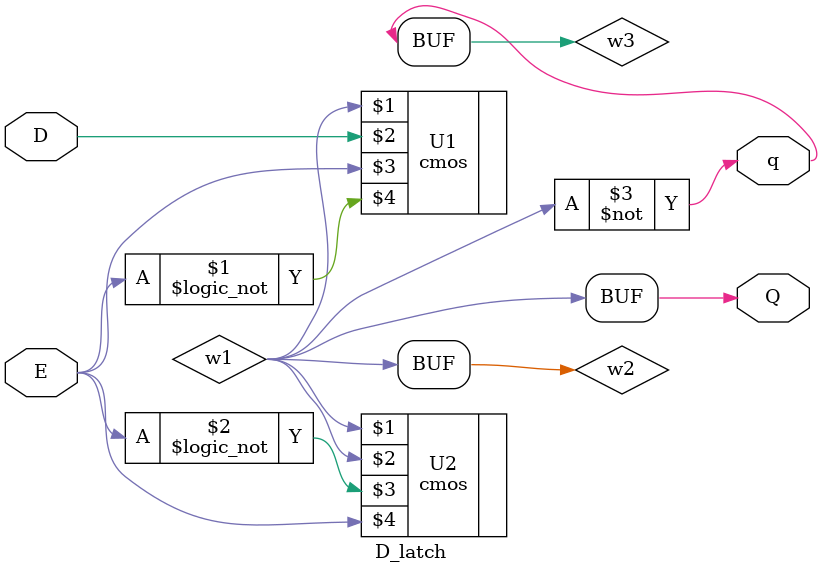
<source format=v>
module D_latch (
    input D,
    input E,
    output Q,
    output q
);
  wire w1;//注意中间变量的w1、w2、w3的设置，不要遗漏
  wire w2;
  wire w3;
  cmos U1 (w1,D,E,!E);//注意输出在前，输入在后
  cmos U2 (w2,w1,!E,E);
  not U3 (w3,w1);
  not U4 (w2,w3);
  assign q=w3;
  assign Q=w2;
endmodule
</source>
